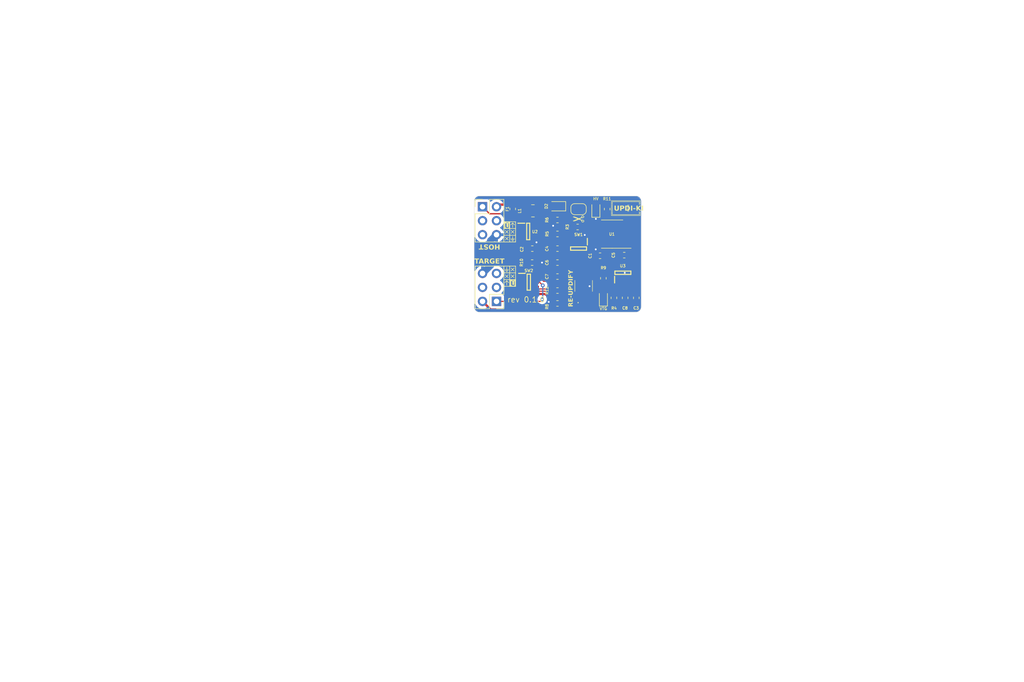
<source format=kicad_pcb>
(kicad_pcb (version 20221018) (generator pcbnew)
  (layers (0 "F.Cu" mixed) (31 "B.Cu" mixed) (35 "F.Paste" user) (36 "B.SilkS" user "B.Silkscreen") (37 "F.SilkS" user "F.Silkscreen") (38 "B.Mask" user) (39 "F.Mask" user) (44 "Edge.Cuts" user))
  (net 0 "")
  (net 1 "GND")
  (net 2 "VF")
  (net 3 "VTG")
  (net 4 "VTG-PC")
  (net 5 "/HV-EN")
  (net 6 "Net-(U2-FB)")
  (net 7 "/12V")
  (net 8 "Net-(D2-A)")
  (net 9 "/UPDI-SENSE")
  (net 10 "Net-(HV1-A)")
  (net 11 "/HVUPDI-TARGET")
  (net 12 "/UPDI-EN")
  (net 13 "/UPDI-KEY")
  (net 14 "/PWR-SW-EN")
  (net 15 "UPDI-HOST")
  (net 21 "Net-(JP1-A)")
  (net 22 "Net-(VTG1-A)")
  (net 23 "Net-(SW2-NC)")
  (net 24 "Net-(SW1-COM)")
  (footprint "Capacitor_SMD:C_0603_1608Metric" (layer "F.Cu") (at 108.675 57.187)
    (fp_text reference "C2" (at -1.905 0.127 90) (layer "F.SilkS") (effects (font (size 0.508 0.508) (thickness 0.1016))))
    (fp_text value "10µF")
    (pad "1" smd roundrect (at -0.7875 0) (size 0.875 0.95) (layers "F.Cu" "F.Paste" "F.Mask") (net 2 "VF"))
    (pad "2" smd roundrect (at 0.7875 0) (size 0.875 0.95) (layers "F.Cu" "F.Paste" "F.Mask") (net 1 "GND"))
  )
  (footprint "Capacitor_SMD:C_0603_1608Metric" (layer "F.Cu") (at 127.567 66.1375 -90)
    (fp_text reference "C3" (at 1.8525 0.037) (layer "F.SilkS") (effects (font (size 0.508 0.508) (thickness 0.1016))))
    (fp_text value "10µF")
    (pad "1" smd roundrect (at -0.7875 0 270) (size 0.875 0.95) (layers "F.Cu" "F.Paste" "F.Mask") (net 3 "VTG"))
    (pad "2" smd roundrect (at 0.7875 0 270) (size 0.875 0.95) (layers "F.Cu" "F.Paste" "F.Mask") (net 1 "GND"))
  )
  (footprint "Capacitor_SMD:C_0603_1608Metric" (layer "F.Cu") (at 113.247 57.187 180)
    (fp_text reference "C4" (at 1.905 0 90) (layer "F.SilkS") (effects (font (size 0.508 0.508) (thickness 0.1016))))
    (fp_text value "68pF")
    (pad "1" smd roundrect (at -0.7875 0 180) (size 0.875 0.95) (layers "F.Cu" "F.Paste" "F.Mask") (net 7 "/12V"))
    (pad "2" smd roundrect (at 0.7875 0 180) (size 0.875 0.95) (layers "F.Cu" "F.Paste" "F.Mask") (net 6 "Net-(U2-FB)"))
  )
  (footprint "Resistor_SMD:R_0603_1608Metric" (layer "F.Cu") (at 116.9125 53.25 180)
    (fp_text reference "R3" (at 1.8625 -0.005 90) (layer "F.SilkS") (effects (font (size 0.508 0.508) (thickness 0.1016))))
    (fp_text value "10K")
    (pad "1" smd roundrect (at -0.7875 0 180) (size 0.875 0.95) (layers "F.Cu" "F.Paste" "F.Mask") (net 9 "/UPDI-SENSE"))
    (pad "2" smd roundrect (at 0.7875 0 180) (size 0.875 0.95) (layers "F.Cu" "F.Paste" "F.Mask") (net 15 "UPDI-HOST"))
  )
  (footprint "Package_SO:SOIC-8_3.9x4.9mm_P1.27mm" (layer "F.Cu") (at 123.17 54.55 180)
    (fp_text reference "U1" (at 0.04 0 180) (layer "F.SilkS") (effects (font (size 0.508 0.508) (thickness 0.1016))))
    (fp_text value "ATtiny202-SS")
    (pad "1" smd roundrect (at -2.475 -1.905 180) (size 1.95 0.6) (layers "F.Cu" "F.Paste" "F.Mask") (net 2 "VF"))
    (pad "2" smd roundrect (at -2.475 -0.635 180) (size 1.95 0.6) (layers "F.Cu" "F.Paste" "F.Mask") (net 14 "/PWR-SW-EN"))
    (pad "3" smd roundrect (at -2.475 0.635 180) (size 1.95 0.6) (layers "F.Cu" "F.Paste" "F.Mask") (net 12 "/UPDI-EN"))
    (pad "4" smd roundrect (at -2.475 1.905 180) (size 1.95 0.6) (layers "F.Cu" "F.Paste" "F.Mask") (net 5 "/HV-EN"))
    (pad "5" smd roundrect (at 2.475 1.905 180) (size 1.95 0.6) (layers "F.Cu" "F.Paste" "F.Mask") (net 9 "/UPDI-SENSE"))
    (pad "6" smd roundrect (at 2.475 0.635 180) (size 1.95 0.6) (layers "F.Cu" "F.Paste" "F.Mask") (net 21 "Net-(JP1-A)"))
    (pad "7" smd roundrect (at 2.475 -0.635 180) (size 1.95 0.6) (layers "F.Cu" "F.Paste" "F.Mask") (net 13 "/UPDI-KEY"))
    (pad "8" smd roundrect (at 2.475 -1.905 180) (size 1.95 0.6) (layers "F.Cu" "F.Paste" "F.Mask") (net 1 "GND"))
  )
  (footprint "Capacitor_SMD:C_0603_1608Metric" (layer "F.Cu") (at 120.9825 58.487 180)
    (fp_text reference "C1" (at 1.8075 0 90) (layer "F.SilkS") (effects (font (size 0.508 0.508) (thickness 0.1016))))
    (fp_text value "0.1µF")
    (pad "1" smd roundrect (at -0.7875 0 180) (size 0.875 0.95) (layers "F.Cu" "F.Paste" "F.Mask") (net 2 "VF"))
    (pad "2" smd roundrect (at 0.7875 0 180) (size 0.875 0.95) (layers "F.Cu" "F.Paste" "F.Mask") (net 1 "GND"))
  )
  (footprint "Capacitor_SMD:C_0603_1608Metric" (layer "F.Cu") (at 113.247 62.267 180)
    (fp_text reference "C7" (at 1.905 0 270) (layer "F.SilkS") (effects (font (size 0.508 0.508) (thickness 0.1016))))
    (fp_text value "0.1µF")
    (pad "1" smd roundrect (at -0.7875 0 180) (size 0.875 0.95) (layers "F.Cu" "F.Paste" "F.Mask") (net 7 "/12V"))
    (pad "2" smd roundrect (at 0.7875 0 180) (size 0.875 0.95) (layers "F.Cu" "F.Paste" "F.Mask") (net 1 "GND"))
  )
  (footprint "Capacitor_SMD:C_0603_1608Metric" (layer "F.Cu") (at 113.247 59.727 180)
    (fp_text reference "C6" (at 1.905 0 90) (layer "F.SilkS") (effects (font (size 0.508 0.508) (thickness 0.1016))))
    (fp_text value "4.7µF")
    (pad "1" smd roundrect (at -0.7875 0 180) (size 0.875 0.95) (layers "F.Cu" "F.Paste" "F.Mask") (net 7 "/12V"))
    (pad "2" smd roundrect (at 0.7875 0 180) (size 0.875 0.95) (layers "F.Cu" "F.Paste" "F.Mask") (net 1 "GND"))
  )
  (footprint "Fuse:Fuse_0603_1608Metric" (layer "F.Cu") (at 105.119 49.975 90)
    (fp_text reference "F1" (at 0 -0.969 90) (layer "F.SilkS") (effects (font (size 0.508 0.508) (thickness 0.1016))))
    (fp_text value "50mA")
    (pad "1" smd roundrect (at -0.7875 0 90) (size 0.875 0.95) (layers "F.Cu" "F.Paste" "F.Mask") (net 2 "VF"))
    (pad "2" smd roundrect (at 0.7875 0 90) (size 0.875 0.95) (layers "F.Cu" "F.Paste" "F.Mask") (net 3 "VTG"))
  )
  (footprint "Connector_PinHeader_2.54mm:PinHeader_2x03_P2.54mm_Vertical" (layer "F.Cu") (at 102.175 66.775 180)
    (fp_text reference "J4" hide)
    (fp_text value "HVUPDI_OUT6")
    (pad "1" thru_hole rect (at 0 0 180) (size 1.7 1.7) (drill 1) (layers "*.Cu" "*.Mask") (net 11 "/HVUPDI-TARGET"))
    (pad "2" thru_hole oval (at 2.54 0 180) (size 1.7 1.7) (drill 1) (layers "*.Cu" "*.Mask") (net 4 "VTG-PC"))
    (pad "3" thru_hole oval (at 0 2.54 180) (size 1.7 1.7) (drill 1) (layers "*.Cu" "*.Mask"))
    (pad "4" thru_hole oval (at 2.54 2.54 180) (size 1.7 1.7) (drill 1) (layers "*.Cu" "*.Mask"))
    (pad "5" thru_hole oval (at 0 5.08 180) (size 1.7 1.7) (drill 1) (layers "*.Cu" "*.Mask"))
    (pad "6" thru_hole oval (at 2.54 5.08 180) (size 1.7 1.7) (drill 1) (layers "*.Cu" "*.Mask") (net 1 "GND"))
  )
  (footprint "Resistor_SMD:R_0603_1608Metric" (layer "F.Cu") (at 113.247 67.147 180)
    (fp_text reference "R8" (at 1.897 -0.593 90) (layer "F.SilkS") (effects (font (size 0.508 0.508) (thickness 0.1016))))
    (fp_text value "1K")
    (pad "1" smd roundrect (at -0.7875 0 180) (size 0.875 0.95) (layers "F.Cu" "F.Paste" "F.Mask") (net 4 "VTG-PC"))
    (pad "2" smd roundrect (at 0.7875 0 180) (size 0.875 0.95) (layers "F.Cu" "F.Paste" "F.Mask") (net 1 "GND"))
  )
  (footprint "LED_SMD:LED_0603_1608Metric" (layer "F.Cu") (at 121.585 66.1375 90)
    (fp_text reference "VTG1" hide)
    (fp_text value "GREEN")
    (pad "1" smd roundrect (at -0.7875 0 90) (size 0.875 0.95) (layers "F.Cu" "F.Paste" "F.Mask") (net 1 "GND"))
    (pad "2" smd roundrect (at 0.7875 0 90) (size 0.875 0.95) (layers "F.Cu" "F.Paste" "F.Mask") (net 22 "Net-(VTG1-A)"))
  )
  (footprint "Capacitor_SMD:C_0603_1608Metric" (layer "F.Cu") (at 125.375 58.375)
    (fp_text reference "C5" (at -1.975 0 90) (layer "F.SilkS") (effects (font (size 0.508 0.508) (thickness 0.1016))))
    (fp_text value "10µF")
    (pad "1" smd roundrect (at -0.7875 0) (size 0.875 0.95) (layers "F.Cu" "F.Paste" "F.Mask") (net 4 "VTG-PC"))
    (pad "2" smd roundrect (at 0.7875 0) (size 0.875 0.95) (layers "F.Cu" "F.Paste" "F.Mask") (net 1 "GND"))
  )
  (footprint "Resistor_SMD:R_0603_1608Metric" (layer "F.Cu") (at 123.503 66.1375 -90)
    (fp_text reference "R4" (at 1.8825 -0.017) (layer "F.SilkS") (effects (font (size 0.508 0.508) (thickness 0.1016))))
    (fp_text value "10K")
    (pad "1" smd roundrect (at -0.7875 0 270) (size 0.875 0.95) (layers "F.Cu" "F.Paste" "F.Mask") (net 14 "/PWR-SW-EN"))
    (pad "2" smd roundrect (at 0.7875 0 270) (size 0.875 0.95) (layers "F.Cu" "F.Paste" "F.Mask") (net 1 "GND"))
  )
  (footprint "Resistor_SMD:R_0603_1608Metric" (layer "F.Cu") (at 113.247 51.98 180)
    (fp_text reference "R6" (at 1.905 0 90) (layer "F.SilkS") (effects (font (size 0.508 0.508) (thickness 0.1016))))
    (fp_text value "11K 1%")
    (pad "1" smd roundrect (at -0.7875 0 180) (size 0.875 0.95) (layers "F.Cu" "F.Paste" "F.Mask") (net 6 "Net-(U2-FB)"))
    (pad "2" smd roundrect (at 0.7875 0 180) (size 0.875 0.95) (layers "F.Cu" "F.Paste" "F.Mask") (net 1 "GND"))
  )
  (footprint "Resistor_SMD:R_0603_1608Metric" (layer "F.Cu") (at 113.247 54.52 180)
    (fp_text reference "R5" (at 1.8795 0 90) (layer "F.SilkS") (effects (font (size 0.508 0.508) (thickness 0.1016))))
    (fp_text value "102K 1%")
    (pad "1" smd roundrect (at -0.7875 0 180) (size 0.875 0.95) (layers "F.Cu" "F.Paste" "F.Mask") (net 7 "/12V"))
    (pad "2" smd roundrect (at 0.7875 0 180) (size 0.875 0.95) (layers "F.Cu" "F.Paste" "F.Mask") (net 6 "Net-(U2-FB)"))
  )
  (footprint "Connector_PinHeader_2.54mm:PinHeader_2x03_P2.54mm_Vertical" (layer "F.Cu") (at 99.635 49.575)
    (fp_text reference "J3" hide)
    (fp_text value "UPDI_IN6")
    (pad "1" thru_hole rect (at 0 0) (size 1.7 1.7) (drill 1) (layers "*.Cu" "*.Mask") (net 15 "UPDI-HOST"))
    (pad "2" thru_hole oval (at 2.54 0) (size 1.7 1.7) (drill 1) (layers "*.Cu" "*.Mask") (net 3 "VTG"))
    (pad "3" thru_hole oval (at 0 2.54) (size 1.7 1.7) (drill 1) (layers "*.Cu" "*.Mask"))
    (pad "4" thru_hole oval (at 2.54 2.54) (size 1.7 1.7) (drill 1) (layers "*.Cu" "*.Mask"))
    (pad "5" thru_hole oval (at 0 5.08) (size 1.7 1.7) (drill 1) (layers "*.Cu" "*.Mask"))
    (pad "6" thru_hole oval (at 2.54 5.08) (size 1.7 1.7) (drill 1) (layers "*.Cu" "*.Mask") (net 1 "GND"))
  )
  (footprint "Inductor_SMD:L_1008_2520Metric" (layer "F.Cu") (at 108.79 50.321)
    (fp_text reference "L1" (at -2.413 0 90) (layer "F.SilkS") (effects (font (size 0.508 0.508) (thickness 0.1016))))
    (fp_text value "47µH")
    (pad "1" smd roundrect (at -1.075 0) (size 1.25 2.2) (layers "F.Cu" "F.Paste" "F.Mask") (roundrect_rratio 0.2) (net 2 "VF"))
    (pad "2" smd roundrect (at 1.075 0) (size 1.25 2.2) (layers "F.Cu" "F.Paste" "F.Mask") (roundrect_rratio 0.2) (net 8 "Net-(D2-A)"))
  )
  (footprint "LED_SMD:LED_0603_1608Metric" (layer "F.Cu") (at 120.22 50 90)
    (fp_text reference "HV1" hide)
    (fp_text value "ORANGE")
    (pad "1" smd roundrect (at -0.7875 0 90) (size 0.875 0.95) (layers "F.Cu" "F.Paste" "F.Mask") (net 1 "GND"))
    (pad "2" smd roundrect (at 0.7875 0 90) (size 0.875 0.95) (layers "F.Cu" "F.Paste" "F.Mask") (net 10 "Net-(HV1-A)"))
  )
  (footprint "Resistor_SMD:R_0603_1608Metric" (layer "F.Cu") (at 108.6495 59.727)
    (fp_text reference "R10" (at -1.9305 0 90) (layer "F.SilkS") (effects (font (size 0.508 0.508) (thickness 0.1016))))
    (fp_text value "10K")
    (pad "1" smd roundrect (at -0.7875 0) (size 0.875 0.95) (layers "F.Cu" "F.Paste" "F.Mask") (net 5 "/HV-EN"))
    (pad "2" smd roundrect (at 0.7875 0) (size 0.875 0.95) (layers "F.Cu" "F.Paste" "F.Mask") (net 1 "GND"))
  )
  (footprint "Resistor_SMD:R_0603_1608Metric" (layer "F.Cu") (at 122.27 50 -90)
    (fp_text reference "R11" (at -1.85 0.02 -180) (layer "F.SilkS") (effects (font (size 0.508 0.508) (thickness 0.1016))))
    (fp_text value "180Ω")
    (pad "1" smd roundrect (at -0.7875 0 270) (size 0.875 0.95) (layers "F.Cu" "F.Paste" "F.Mask") (net 10 "Net-(HV1-A)"))
    (pad "2" smd roundrect (at 0.7875 0 270) (size 0.875 0.95) (layers "F.Cu" "F.Paste" "F.Mask") (net 12 "/UPDI-EN"))
  )
  (footprint "Resistor_SMD:R_0603_1608Metric" (layer "F.Cu") (at 113.247 64.807)
    (fp_text reference "R12" (at -1.905 0 90) (layer "F.SilkS") (effects (font (size 0.508 0.508) (thickness 0.1016))))
    (fp_text value "180Ω")
    (pad "1" smd roundrect (at -0.7875 0) (size 0.875 0.95) (layers "F.Cu" "F.Paste" "F.Mask") (net 23 "Net-(SW2-NC)"))
    (pad "2" smd roundrect (at 0.7875 0) (size 0.875 0.95) (layers "F.Cu" "F.Paste" "F.Mask") (net 24 "Net-(SW1-COM)"))
  )
  (footprint "0_mouser:SOT95P280X145-6N" (layer "F.Cu") (at 108.04 63.283)
    (fp_text reference "SW2" (at 0 -2.103 180) (layer "F.SilkS") (effects (font (size 0.508 0.508) (thickness 0.1016))))
    (fp_text value "ISL43210IHZ-T" hide)
    (pad "1" smd rect (at -1.25 -0.95 90) (size 0.6 1.2) (layers "F.Cu" "F.Paste" "F.Mask") (net 5 "/HV-EN"))
    (pad "2" smd rect (at -1.25 0 90) (size 0.6 1.2) (layers "F.Cu" "F.Paste" "F.Mask") (net 7 "/12V"))
    (pad "3" smd rect (at -1.25 0.95 90) (size 0.6 1.2) (layers "F.Cu" "F.Paste" "F.Mask") (net 1 "GND"))
    (pad "4" smd rect (at 1.25 0.95 90) (size 0.6 1.2) (layers "F.Cu" "F.Paste" "F.Mask") (net 23 "Net-(SW2-NC)"))
    (pad "5" smd rect (at 1.25 0 90) (size 0.6 1.2) (layers "F.Cu" "F.Paste" "F.Mask") (net 11 "/HVUPDI-TARGET"))
    (pad "6" smd rect (at 1.25 -0.95 90) (size 0.6 1.2) (layers "F.Cu" "F.Paste" "F.Mask") (net 7 "/12V"))
  )
  (footprint "0_mouser:PTS810SJG250SMTRLFS" (layer "F.Cu") (at 118.00181 63.9625 90)
    (fp_text reference "SW3" hide)
    (fp_text value "PTS810SJG250SMTRLFS" hide)
    (pad "1" smd rect (at -2.075 -1.075 180) (size 0.65 1.05) (layers "F.Cu" "F.Paste" "F.Mask") (net 9 "/UPDI-SENSE"))
    (pad "2" smd rect (at 2.075 -1.075 180) (size 0.65 1.05) (layers "F.Cu" "F.Paste" "F.Mask") (net 9 "/UPDI-SENSE"))
    (pad "3" smd rect (at -2.075 1.075 180) (size 0.65 1.05) (layers "F.Cu" "F.Paste" "F.Mask") (net 1 "GND"))
    (pad "4" smd rect (at 2.075 1.075 180) (size 0.65 1.05) (layers "F.Cu" "F.Paste" "F.Mask") (net 1 "GND"))
  )
  (footprint "Capacitor_SMD:C_0603_1608Metric" (layer "F.Cu") (at 125.535 66.1375 -90)
    (fp_text reference "C8" (at 1.8525 0.025) (layer "F.SilkS") (effects (font (size 0.508 0.508) (thickness 0.1016))))
    (fp_text value "0.1µF")
    (pad "1" smd roundrect (at -0.7875 0 270) (size 0.875 0.95) (layers "F.Cu" "F.Paste" "F.Mask") (net 3 "VTG"))
    (pad "2" smd roundrect (at 0.7875 0 270) (size 0.875 0.95) (layers "F.Cu" "F.Paste" "F.Mask") (net 1 "GND"))
  )
  (footprint "Diode_SMD:D_SOD-323F" (layer "F.Cu") (at 113.247 49.49 180)
    (fp_text reference "D2" (at 2.032 0 90) (layer "F.SilkS") (effects (font (size 0.508 0.508) (thickness 0.1016))))
    (fp_text value "PMEG4005CEJX")
    (pad "1" smd rect (at -1.1 0 180) (size 0.5 0.5) (layers "F.Cu" "F.Paste" "F.Mask") (net 7 "/12V"))
    (pad "2" smd rect (at 1.1 0 180) (size 0.5 0.5) (layers "F.Cu" "F.Paste" "F.Mask") (net 8 "Net-(D2-A)"))
  )
  (footprint "0_mouser:SOT95P280X145-6N" (layer "F.Cu") (at 117.075 57.175 -90)
    (fp_text reference "SW1" (at -2.54 0) (layer "F.SilkS") (effects (font (size 0.508 0.508) (thickness 0.1016))))
    (fp_text value "SN74LVC1G3157DBVR" hide)
    (pad "1" smd rect (at -1.25 -0.95) (size 0.6 1.2) (layers "F.Cu" "F.Paste" "F.Mask") (net 13 "/UPDI-KEY"))
    (pad "2" smd rect (at -1.25 0) (size 0.6 1.2) (layers "F.Cu" "F.Paste" "F.Mask") (net 1 "GND"))
    (pad "3" smd rect (at -1.25 0.95) (size 0.6 1.2) (layers "F.Cu" "F.Paste" "F.Mask") (net 15 "UPDI-HOST"))
    (pad "4" smd rect (at 1.25 0.95) (size 0.6 1.2) (layers "F.Cu" "F.Paste" "F.Mask") (net 24 "Net-(SW1-COM)"))
    (pad "5" smd rect (at 1.25 0) (size 0.6 1.2) (layers "F.Cu" "F.Paste" "F.Mask") (net 2 "VF"))
    (pad "6" smd rect (at 1.25 -0.95) (size 0.6 1.2) (layers "F.Cu" "F.Paste" "F.Mask") (net 12 "/UPDI-EN"))
  )
  (footprint "0_mouser:SOT95P275X110-5N" (layer "F.Cu") (at 107.933 54.07)
    (fp_text reference "U2" (at 1.207 0.04 unlocked) (layer "F.SilkS") (effects (font (size 0.508 0.508) (thickness 0.1016))))
    (fp_text value "NCP1406SNT1G" hide)
    (pad "1" smd rect (at -1.25 -0.95 90) (size 0.6 1.25) (layers "F.Cu" "F.Paste" "F.Mask") (net 2 "VF"))
    (pad "2" smd rect (at -1.25 0 90) (size 0.6 1.25) (layers "F.Cu" "F.Paste" "F.Mask") (net 6 "Net-(U2-FB)"))
    (pad "3" smd rect (at -1.25 0.95 90) (size 0.6 1.25) (layers "F.Cu" "F.Paste" "F.Mask") (net 2 "VF"))
    (pad "4" smd rect (at 1.25 0.95 90) (size 0.6 1.25) (layers "F.Cu" "F.Paste" "F.Mask") (net 1 "GND"))
    (pad "5" smd rect (at 1.25 -0.95 90) (size 0.6 1.25) (layers "F.Cu" "F.Paste" "F.Mask") (net 8 "Net-(D2-A)"))
  )
  (footprint "0_mouser:SOT95P280X130-5N" (layer "F.Cu") (at 125.125 61.575 90)
    (fp_text reference "U3" (at 1.25 -0.025) (layer "F.SilkS") (effects (font (size 0.508 0.508) (thickness 0.1016))))
    (fp_text value "MIC2091-1YM5-TR" hide)
    (pad "1" smd rect (at -1.25 -0.95 180) (size 0.6 1.2) (layers "F.Cu" "F.Paste" "F.Mask") (net 3 "VTG"))
    (pad "2" smd rect (at -1.25 0 180) (size 0.6 1.2) (layers "F.Cu" "F.Paste" "F.Mask") (net 1 "GND"))
    (pad "3" smd rect (at -1.25 0.95 180) (size 0.6 1.2) (layers "F.Cu" "F.Paste" "F.Mask") (net 14 "/PWR-SW-EN"))
    (pad "4" smd rect (at 1.25 0.95 180) (size 0.6 1.2) (layers "F.Cu" "F.Paste" "F.Mask"))
    (pad "5" smd rect (at 1.25 -0.95 180) (size 0.6 1.2) (layers "F.Cu" "F.Paste" "F.Mask") (net 4 "VTG-PC"))
  )
  (footprint "Resistor_SMD:R_0603_1608Metric" (layer "F.Cu") (at 121.585 62.575 -90)
    (fp_text reference "R9" (at -1.8795 0) (layer "F.SilkS") (effects (font (size 0.508 0.508) (thickness 0.1016))))
    (fp_text value "1K")
    (pad "1" smd roundrect (at -0.7875 0 270) (size 0.875 0.95) (layers "F.Cu" "F.Paste" "F.Mask") (net 4 "VTG-PC"))
    (pad "2" smd roundrect (at 0.7875 0 270) (size 0.875 0.95) (layers "F.Cu" "F.Paste" "F.Mask") (net 22 "Net-(VTG1-A)"))
  )
  (footprint "Jumper:SolderJumper-2_P1.3mm_Bridged_RoundedPad1.0x1.5mm" (layer "F.Cu") (at 117.075 50.015 180)
    (fp_text reference "JP1" hide)
    (fp_text value "SolderJumper_2_Bridged")
    (fp_poly (pts (xy 0.25 -0.3) (xy -0.25 -0.3) (xy -0.25 0.3) (xy 0.25 0.3)) (fill solid) (layer "F.Cu"))
    (pad "1" smd custom (at -0.65 0 180) (size 1 0.5) (layers "F.Cu" "F.Mask") (net 21 "Net-(JP1-A)") (options (clearance outline) (anchor rect)) (primitives (gr_circle (center 0 0.25) (end 0.5 0.25) (width 0) (fill yes)) (gr_circle (center 0 -0.25) (end 0.5 -0.25) (width 0) (fill yes)) (gr_poly (pts (xy 0.5 0.75) (xy 0 0.75) (xy 0 -0.75) (xy 0.5 -0.75)) (width 0) (fill yes))))
    (pad "2" smd custom (at 0.65 0 180) (size 1 0.5) (layers "F.Cu" "F.Mask") (net 15 "UPDI-HOST") (options (clearance outline) (anchor rect)) (primitives (gr_circle (center 0 0.25) (end 0.5 0.25) (width 0) (fill yes)) (gr_circle (center 0 -0.25) (end 0.5 -0.25) (width 0) (fill yes)) (gr_poly (pts (xy 0 0.75) (xy -0.5 0.75) (xy -0.5 -0.75) (xy 0 -0.75)) (width 0) (fill yes))))
  )
  (gr_line (start 103.7825 55.6325) (end 104.3075 55.1075) (stroke (width 0.1)) (layer "F.SilkS"))
  (gr_line (start 103.7825 62.4675) (end 104.3075 61.9425) (stroke (width 0.1)) (layer "F.SilkS"))
  (gr_line (start 105.11 52.525) (end 105.11 53.325) (stroke (width 0.1)) (layer "F.SilkS"))
  (gr_line (start 104.26 61.2) (end 103.81 61.2) (stroke (width 0.1)) (layer "F.SilkS"))
  (gr_line (start 105.3575 61.9425) (end 104.8325 62.4675) (stroke (width 0.1)) (layer "F.SilkS"))
  (gr_line (start 105.335 55.6) (end 104.885 55.6) (stroke (width 0.1)) (layer "F.SilkS"))
  (gr_line (start 104.685 62.815) (end 104.685 64.035) (stroke (width 0.12)) (layer "F.SilkS"))
  (gr_line (start 104.035 60.575) (end 104.035 61.025) (stroke (width 0.1)) (layer "F.SilkS"))
  (gr_line (start 103.785 54.405) (end 104.31 53.88) (stroke (width 0.1)) (layer "F.SilkS"))
  (gr_line (start 104.035 63.025) (end 104.385 63.375) (stroke (width 0.1)) (layer "F.SilkS"))
  (gr_line (start 104.135 61.375) (end 103.935 61.375) (stroke (width 0.1)) (layer "F.SilkS"))
  (gr_line (start 104.455 52.315) (end 104.455 53.535) (stroke (width 0.12)) (layer "F.SilkS"))
  (gr_line (start 103.625 52.315) (end 103.625 53.535) (stroke (width 0.12)) (layer "F.SilkS"))
  (gr_line (start 104.3075 55.6325) (end 103.7825 55.1075) (stroke (width 0.1)) (layer "F.SilkS"))
  (gr_line (start 105.21 55.775) (end 105.01 55.775) (stroke (width 0.1)) (layer "F.SilkS"))
  (gr_line (start 103.515 53.535) (end 105.64 53.535) (stroke (width 0.12)) (layer "F.SilkS"))
  (gr_line (start 104.575 52.31) (end 104.575 55.985) (stroke (width 0.12)) (layer "F.SilkS"))
  (gr_line (start 104.31 54.405) (end 103.785 53.88) (stroke (width 0.1)) (layer "F.SilkS"))
  (gr_line (start 105.515 62.815) (end 105.515 64.035) (stroke (width 0.12)) (layer "F.SilkS"))
  (gr_line (start 105.46 55.425) (end 104.76 55.425) (stroke (width 0.1)) (layer "F.SilkS"))
  (gr_line (start 104.835 53.88) (end 105.36 54.405) (stroke (width 0.1)) (layer "F.SilkS"))
  (gr_line (start 103.51 62.815) (end 105.635 62.815) (stroke (width 0.12)) (layer "F.SilkS"))
  (gr_line (start 105.36 53.88) (end 104.835 54.405) (stroke (width 0.1)) (layer "F.SilkS"))
  (gr_line (start 105.6375 55.9825) (end 103.5075 55.9825) (stroke (width 0.12)) (layer "F.SilkS"))
  (gr_line (start 103.51 52.31) (end 105.64 52.31) (stroke (width 0.12)) (layer "F.SilkS"))
  (gr_line (start 104.3075 62.4675) (end 103.7825 61.9425) (stroke (width 0.1)) (layer "F.SilkS"))
  (gr_line (start 105.11 52.525) (end 105.46 52.875) (stroke (width 0.1)) (layer "F.SilkS"))
  (gr_line (start 103.505 60.365) (end 105.635 60.365) (stroke (width 0.12)) (layer "F.SilkS"))
  (gr_line (start 103.685 63.375) (end 104.035 63.025) (stroke (width 0.1)) (layer "F.SilkS"))
  (gr_line (start 105.635 60.365) (end 105.635 64.04) (stroke (width 0.12)) (layer "F.SilkS"))
  (gr_line (start 103.51 64.04) (end 105.635 64.04) (stroke (width 0.12)) (layer "F.SilkS"))
  (gr_line (start 103.515 54.76) (end 105.64 54.76) (stroke (width 0.12)) (layer "F.SilkS"))
  (gr_line (start 103.51 61.59) (end 105.635 61.59) (stroke (width 0.12)) (layer "F.SilkS"))
  (gr_line (start 104.8325 61.9425) (end 105.3575 62.4675) (stroke (width 0.1)) (layer "F.SilkS"))
  (gr_line (start 105.36 60.715) (end 104.835 61.24) (stroke (width 0.1)) (layer "F.SilkS"))
  (gr_line (start 104.035 63.025) (end 104.035 63.825) (stroke (width 0.1)) (layer "F.SilkS"))
  (gr_line (start 104.76 52.875) (end 105.11 52.525) (stroke (width 0.1)) (layer "F.SilkS"))
  (gr_line (start 104.57 60.365) (end 104.57 64.04) (stroke (width 0.12)) (layer "F.SilkS"))
  (gr_line (start 105.11 54.975) (end 105.11 55.425) (stroke (width 0.1)) (layer "F.SilkS"))
  (gr_line (start 104.835 60.715) (end 105.36 61.24) (stroke (width 0.1)) (layer "F.SilkS"))
  (gr_line (start 104.385 61.025) (end 103.685 61.025) (stroke (width 0.1)) (layer "F.SilkS"))
  (gr_line (start 105.64 52.31) (end 105.64 55.985) (stroke (width 0.12)) (layer "F.SilkS"))
  (gr_arc (start 98.135 48.575) (mid 98.413249 47.903249) (end 99.085 47.625) (stroke (width 0.05)) (layer "Edge.Cuts"))
  (gr_line (start 127.485 47.625) (end 99.085 47.625) (stroke (width 0.05)) (layer "Edge.Cuts"))
  (gr_arc (start 99.085 68.725) (mid 98.413249 68.446751) (end 98.135 67.775) (stroke (width 0.05)) (layer "Edge.Cuts"))
  (gr_line (start 127.485 68.725) (end 99.085 68.725) (stroke (width 0.05)) (layer "Edge.Cuts"))
  (gr_line (start 98.135 67.775) (end 98.135 48.575) (stroke (width 0.05)) (layer "Edge.Cuts"))
  (gr_line (start 128.435 48.575) (end 128.435 67.775) (stroke (width 0.05)) (layer "Edge.Cuts"))
  (gr_arc (start 128.435 67.775) (mid 128.156751 68.446751) (end 127.485 68.725) (stroke (width 0.05)) (layer "Edge.Cuts"))
  (gr_arc (start 127.485 47.625) (mid 128.156751 47.903249) (end 128.435 48.575) (stroke (width 0.05)) (layer "Edge.Cuts"))
  (gr_text "RE-UPDIFY" (at 115.69 64.42 90) (layer "F.SilkS") (effects (font (size 0.8 0.8) (thickness 0.16) bold)))
  (gr_text "HOST" (at 100.895 56.815 180) (layer "F.SilkS") (effects (font (size 0.9 0.9) (thickness 0.18) bold)))
  (gr_text "UPDI-KI" (at 123.49 50.44) (layer "F.SilkS") (effects (font (size 0.9 0.9) (thickness 0.2) bold) (justify left bottom)))
  (gr_text "rev 0.1.0" (at 104.06 67.04) (layer "F.SilkS") (effects (font (size 1 1) (thickness 0.125)) (justify left bottom)))
  (gr_text "Ü" (at 104.735 64.095) (layer "F.SilkS" knockout) (effects (font (size 0.83 0.83)) (justify left bottom)))
  (gr_text "✂" (at 118.22 50.43 180) (layer "F.SilkS") (effects (font (size 2 2)) (justify left bottom)))
  (gr_text "TARGET" (at 100.895 59.525) (layer "F.SilkS") (effects (font (size 0.9 0.9) (thickness 0.18) bold)))
  (gr_text "Ü" (at 103.675 53.595) (layer "F.SilkS" knockout) (effects (font (size 0.83 0.83)) (justify left bottom)))
  (gr_text "VTG" (at 121.585 68.1) (layer "F.SilkS") (effects (font (size 0.508 0.508) (thickness 0.1016))))
  (gr_text "╔═══════╗\n║       ║\n╚═══════╝" (at 122.82 51.58) (layer "F.SilkS") (effects (font (size 0.75 0.75) (thickness 0.1125)) (justify left bottom)))
  (gr_text "HV" (at 120.21 48.13) (layer "F.SilkS") (effects (font (size 0.508 0.508) (thickness 0.1016))))
  (segment (start 125.535 66.925) (end 127.567 66.925) (width 0.8128) (layer "F.Cu") (net 1))
  (segment (start 119.07681 64.0215) (end 119.07681 66.0375) (width 0.8128) (layer "F.Cu") (net 1))
  (segment (start 109.4625 56.0185) (end 109.437 56.044) (width 0.7112) (layer "F.Cu") (net 1))
  (segment (start 108.225 61.765) (end 108.225 63.55) (width 0.4064) (layer "F.Cu") (net 1))
  (segment (start 109.23 60.4185) (end 109.23 60.76) (width 0.4064) (layer "F.Cu") (net 1))
  (segment (start 109.23 60.76) (end 108.225 61.765) (width 0.4064) (layer "F.Cu") (net 1))
  (segment (start 111.93506 67.147) (end 112.4595 67.147) (width 0.4064) (layer "F.Cu") (net 1))
  (segment (start 107.542 64.233) (end 106.79 64.233) (width 0.4064) (layer "F.Cu") (net 1))
  (segment (start 109.4625 55.2995) (end 109.183 55.02) (width 0.7112) (layer "F.Cu") (net 1))
  (segment (start 125.469875 61.579875) (end 125.125 61.92475) (width 0.4064) (layer "F.Cu") (net 1))
  (segment (start 117.075 55.345) (end 117.075 55.925) (width 0.4064) (layer "F.Cu") (net 1))
  (segment (start 119.07681 61.8875) (end 119.07681 64.0215) (width 0.8128) (layer "F.Cu") (net 1))
  (segment (start 109.23 60.4185) (end 109.23 59.934) (width 0.43) (layer "F.Cu") (net 1))
  (segment (start 112.4595 53.0295) (end 112.46 53.03) (width 0.7112) (layer "F.Cu") (net 1))
  (segment (start 110.961 59.727) (end 112.4595 59.727) (width 0.8128) (layer "F.Cu") (net 1))
  (segment (start 126.535 61.4) (end 126.835 61.1) (width 0.4064) (layer "F.Cu") (net 1))
  (segment (start 119.07681 66.0375) (end 119.96431 66.925) (width 0.8128) (layer "F.Cu") (net 1))
  (segment (start 125.64975 61.4) (end 126.535 61.4) (width 0.4064) (layer "F.Cu") (net 1))
  (segment (start 119.96431 66.925) (end 121.585 66.925) (width 0.8128) (layer "F.Cu") (net 1))
  (segment (start 108.225 63.55) (end 107.542 64.233) (width 0.4064) (layer "F.Cu") (net 1))
  (segment (start 110.961 59.727) (end 110.44 59.727) (width 0.7112) (layer "F.Cu") (net 1))
  (segment (start 120.195 57.325) (end 120.195 56.955) (width 0.4064) (layer "F.Cu") (net 1))
  (segment (start 109.437 57.1615) (end 109.4625 57.187) (width 0.7112) (layer "F.Cu") (net 1))
  (segment (start 112.4595 51.98) (end 112.4595 53.0295) (width 0.7112) (layer "F.Cu") (net 1))
  (segment (start 125.469875 61.579875) (end 125.64975 61.4) (width 0.4064) (layer "F.Cu") (net 1))
  (segment (start 109.437 59.727) (end 110.961 59.727) (width 0.8128) (layer "F.Cu") (net 1))
  (segment (start 120.195 56.955) (end 120.695 56.455) (width 0.4064) (layer "F.Cu") (net 1))
  (segment (start 120.22 51.78) (end 120.22 50.7875) (width 0.4064) (layer "F.Cu") (net 1))
  (segment (start 123.503 66.925) (end 125.535 66.925) (width 0.8128) (layer "F.Cu") (net 1))
  (segment (start 121.585 66.925) (end 123.503 66.925) (width 0.8128) (layer "F.Cu") (net 1))
  (segment (start 109.23 59.934) (end 109.437 59.727) (width 0.43) (layer "F.Cu") (net 1))
  (segment (start 117.7155 54.7045) (end 117.075 55.345) (width 0.4064) (layer "F.Cu") (net 1))
  (segment (start 109.4625 55.2995) (end 109.4625 56.0185) (width 0.7112) (layer "F.Cu") (net 1))
  (segment (start 112.4595 59.727) (end 112.4595 62.267) (width 0.8128) (layer "F.Cu") (net 1))
  (segment (start 111.659759 66.871699) (end 111.93506 67.147) (width 0.4064) (layer "F.Cu") (net 1))
  (segment (start 125.125 61.92475) (end 125.125 62.825) (width 0.4064) (layer "F.Cu") (net 1))
  (segment (start 126.835 61.1) (end 126.835 59.0475) (width 0.4064) (layer "F.Cu") (net 1))
  (segment (start 120.195 57.325) (end 120.195 58.487) (width 0.4064) (layer "F.Cu") (net 1))
  (segment (start 118.2 54.7045) (end 117.7155 54.7045) (width 0.4064) (layer "F.Cu") (net 1))
  (segment (start 126.835 59.0475) (end 126.1625 58.375) (width 0.4064) (layer "F.Cu") (net 1))
  (segment (start 109.437 56.044) (end 109.437 57.1615) (width 0.7112) (layer "F.Cu") (net 1))
  (via (at 119.07681 64.0215) (size 0.6858) (drill 0.3302) (layers "F.Cu" "B.Cu") (net 1))
  (via (at 111.659759 66.871699) (size 0.6858) (drill 0.3302) (layers "F.Cu" "B.Cu") (net 1))
  (via (at 120.195 57.325) (size 0.6858) (drill 0.3302) (layers "F.Cu" "B.Cu") (net 1))
  (via (at 112.46 53.03) (size 0.6858) (drill 0.3302) (layers "F.Cu" "B.Cu") (net 1))
  (via (at 110.44 59.727) (size 0.6858) (drill 0.3302) (layers "F.Cu" "B.Cu") (net 1))
  (via (at 125.469875 61.579875) (size 0.6858) (drill 0.3302) (layers "F.Cu" "B.Cu") (net 1))
  (via (at 109.437 56.044) (size 0.6858) (drill 0.3302) (layers "F.Cu" "B.Cu") (net 1))
  (via (at 120.22 51.78) (size 0.6858) (drill 0.3302) (layers "F.Cu" "B.Cu") (net 1))
  (via (at 118.2 54.7045) (size 0.6858) (drill 0.3302) (layers "F.Cu" "B.Cu") (net 1))
  (segment (start 102.175 54.655) (end 101.1 55.73) (width 1.25) (layer "B.Cu") (net 1))
  (segment (start 101.1 60.23) (end 99.635 61.695) (width 1.25) (layer "B.Cu") (net 1))
  (segment (start 101.1 55.73) (end 101.1 60.23) (width 1.25) (layer "B.Cu") (net 1))
  (segment (start 105.119 54.52) (end 105.119 52.615) (width 0.7112) (layer "F.Cu") (net 2))
  (segment (start 105.2215 50.66) (end 107.376 50.66) (width 0.7112) (layer "F.Cu") (net 2))
  (segment (start 107.8875 57.187) (end 106.262 57.187) (width 0.7112) (layer "F.Cu") (net 2))
  (segment (start 121.77 58.487) (end 121.77 58.97342) (width 0.4064) (layer "F.Cu") (net 2))
  (segment (start 105.23 58.219) (end 106.262 57.187) (width 0.4064) (layer "F.Cu") (net 2))
  (segment (start 115.925 64.975) (end 114.767002 66.132998) (width 0.4064) (layer "F.Cu") (net 2))
  (segment (start 117.075 58.425) (end 117.075 59.501) (width 0.4064) (layer "F.Cu") (net 2))
  (segment (start 105.119 56.044) (end 105.119 54.52) (width 0.7112) (layer "F.Cu") (net 2))
  (segment (start 120.89042 59.853) (end 117.427 59.853) (width 0.4064) (layer "F.Cu") (net 2))
  (segment (start 121.77 58.487) (end 123.802 56.455) (width 0.4064) (layer "F.Cu") (net 2))
  (segment (start 106.683 55.02) (end 105.119 55.02) (width 0.7112) (layer "F.Cu") (net 2))
  (segment (start 121.77 58.97342) (end 120.89042 59.853) (width 0.4064) (layer "F.Cu") (net 2))
  (segment (start 106.262 57.187) (end 105.119 56.044) (width 0.7112) (layer "F.Cu") (net 2))
  (segment (start 105.23 64.82342) (end 105.23 58.219) (width 0.4064) (layer "F.Cu") (net 2))
  (segment (start 107.376 50.66) (end 107.715 50.321) (width 0.7112) (layer "F.Cu") (net 2))
  (segment (start 105.83958 65.433) (end 105.23 64.82342) (width 0.4064) (layer "F.Cu") (net 2))
  (segment (start 105.119 50.7625) (end 105.2215 50.66) (width 0.7112) (layer "F.Cu") (net 2))
  (segment (start 111.06458 65.433) (end 105.83958 65.433) (width 0.4064) (layer "F.Cu") (net 2))
  (segment (start 114.767002 66.132998) (end 111.764578 66.132998) (width 0.4064) (layer "F.Cu") (net 2))
  (segment (start 123.802 56.455) (end 125.645 56.455) (width 0.4064) (layer "F.Cu") (net 2))
  (segment (start 117.427 59.853) (end 117.075 60.205) (width 0.4064) (layer "F.Cu") (net 2))
  (segment (start 117.075 59.501) (end 117.427 59.853) (width 0.4064) (layer "F.Cu") (net 2))
  (segment (start 105.119 52.615) (end 105.119 50.7625) (width 0.7112) (layer "F.Cu") (net 2))
  (segment (start 115.925 61.355) (end 115.925 64.975) (width 0.4064) (layer "F.Cu") (net 2))
  (segment (start 111.764578 66.132998) (end 111.06458 65.433) (width 0.4064) (layer "F.Cu") (net 2))
  (segment (start 117.075 60.205) (end 115.925 61.355) (width 0.4064) (layer "F.Cu") (net 2))
  (segment (start 106.683 53.12) (end 105.124 53.12) (width 0.7112) (layer "F.Cu") (net 2))
  (segment (start 105.124 52.62) (end 105.119 52.615) (width 0.7112) (layer "F.Cu") (net 2))
  (segment (start 124.224106 48.12) (end 127.94 51.835894) (width 0.4064) (layer "F.Cu") (net 3))
  (segment (start 127.94 51.835894) (end 127.94 64.977) (width 0.4064) (layer "F.Cu") (net 3))
  (segment (start 125.535 65.35) (end 124.175 63.99) (width 0.4064) (layer "F.Cu") (net 3))
  (segment (start 125.535 65.35) (end 127.567 65.35) (width 0.4064) (layer "F.Cu") (net 3))
  (segment (start 105.119 49.1875) (end 103.3125 49.1875) (width 0.4064) (layer "F.Cu") (net 3))
  (segment (start 102.5625 49.1875) (end 102.175 49.575) (width 0.4064) (layer "F.Cu") (net 3))
  (segment (start 127.94 64.977) (end 127.567 65.35) (width 0.4064) (layer "F.Cu") (net 3))
  (segment (start 103.3125 49.1875) (end 102.5625 49.1875) (width 0.4064) (layer "F.Cu") (net 3))
  (segment (start 124.175 63.99) (end 124.175 62.825) (width 0.4064) (layer "F.Cu") (net 3))
  (segment (start 105.119 49.1875) (end 106.1865 48.12) (width 0.4064) (layer "F.Cu") (net 3))
  (segment (start 106.1865 48.12) (end 124.224106 48.12) (width 0.4064) (layer "F.Cu") (net 3))
  (segment (start 112.9215 68.26) (end 101.12 68.26) (width 0.4064) (layer "F.Cu") (net 4))
  (segment (start 101.12 68.26) (end 99.635 66.775) (width 0.4064) (layer "F.Cu") (net 4))
  (segment (start 120.7375 60.94) (end 118.27 60.94) (width 0.4064) (layer "F.Cu") (net 4))
  (segment (start 124.175 58.7875) (end 124.175 60.325) (width 0.4064) (layer "F.Cu") (net 4))
  (segment (start 117.975 61.235) (end 117.975 66.605) (width 0.4064) (layer "F.Cu") (net 4))
  (segment (start 117.433 67.147) (end 114.0345 67.147) (width 0.4064) (layer "F.Cu") (net 4))
  (segment (start 117.975 66.605) (end 117.433 67.147) (width 0.4064) (layer "F.Cu") (net 4))
  (segment (start 121.585 61.7875) (end 120.7375 60.94) (width 0.4064) (layer "F.Cu") (net 4))
  (segment (start 118.27 60.94) (end 117.975 61.235) (width 0.4064) (layer "F.Cu") (net 4))
  (segment (start 121.585 61.7875) (end 122.7125 61.7875) (width 0.4064) (layer "F.Cu") (net 4))
  (segment (start 114.0345 67.147) (end 112.9215 68.26) (width 0.4064) (layer "F.Cu") (net 4))
  (segment (start 124.5875 58.375) (end 124.175 58.7875) (width 0.4064) (layer "F.Cu") (net 4))
  (segment (start 122.7125 61.7875) (end 124.175 60.325) (width 0.4064) (layer "F.Cu") (net 4))
  (segment (start 107.19 61.933) (end 107.19 60.399) (width 0.2032) (layer "F.Cu") (net 5))
  (segment (start 111.974999 65.624999) (end 111.275 64.925) (width 0.2032) (layer "F.Cu") (net 5))
  (segment (start 114.7768 58.3232) (end 114.7768 62.843226) (width 0.2032) (layer "F.Cu") (net 5))
  (segment (start 125.155 52.645) (end 121.975 55.825) (width 0.2032) (layer "F.Cu") (net 5))
  (segment (start 118.29 57.16) (end 115.94 57.16) (width 0.2032) (layer "F.Cu") (net 5))
  (segment (start 113.25 65.425) (end 113.050001 65.624999) (width 0.2032) (layer "F.Cu") (net 5))
  (segment (start 106.317 62.333) (end 106.79 62.333) (width 0.2032) (layer "F.Cu") (net 5))
  (segment (start 121.975 55.825) (end 119.625 55.825) (width 0.2032) (layer "F.Cu") (net 5))
  (segment (start 106.79 62.333) (end 107.19 61.933) (width 0.2032) (layer "F.Cu") (net 5))
  (segment (start 105.825 64.7) (end 105.825 62.825) (width 0.2032) (layer "F.Cu") (net 5))
  (segment (start 119.625 55.825) (end 118.29 57.16) (width 0.2032) (layer "F.Cu") (net 5))
  (segment (start 115.94 57.16) (end 114.7768 58.3232) (width 0.2032) (layer "F.Cu") (net 5))
  (segment (start 106.05 64.925) (end 105.825 64.7) (width 0.2032) (layer "F.Cu") (net 5))
  (segment (start 113.050001 65.624999) (end 111.974999 65.624999) (width 0.2032) (layer "F.Cu") (net 5))
  (segment (start 107.19 60.399) (end 107.862 59.727) (width 0.2032) (layer "F.Cu") (net 5))
  (segment (start 125.645 52.645) (end 125.155 52.645) (width 0.2032) (layer "F.Cu") (net 5))
  (segment (start 113.25 64.370026) (end 113.25 65.425) (width 0.2032) (layer "F.Cu") (net 5))
  (segment (start 105.825 62.825) (end 106.317 62.333) (width 0.2032) (layer "F.Cu") (net 5))
  (segment (start 114.7768 62.843226) (end 113.25 64.370026) (width 0.2032) (layer "F.Cu") (net 5))
  (segment (start 111.275 64.925) (end 106.05 64.925) (width 0.2032) (layer "F.Cu") (net 5))
  (segment (start 112.0095 54.07) (end 112.4595 54.52) (width 0.4064) (layer "F.Cu") (net 6))
  (segment (start 112.4595 57.187) (end 112.4595 54.52) (width 0.4064) (layer "F.Cu") (net 6))
  (segment (start 112.4595 54.3405) (end 114.0345 52.7655) (width 0.4064) (layer "F.Cu") (net 6))
  (segment (start 114.0345 52.7655) (end 114.0345 51.98) (width 0.4064) (layer "F.Cu") (net 6))
  (segment (start 112.4595 54.52) (end 112.4595 54.3405) (width 0.4064) (layer "F.Cu") (net 6))
  (segment (start 106.683 54.07) (end 112.0095 54.07) (width 0.4064) (layer "F.Cu") (net 6))
  (segment (start 108.65 59.15) (end 109.4 58.4) (width 0.2032) (layer "F.Cu") (net 7))
  (segment (start 106.79 63.283) (end 107.5932 63.283) (width 0.2032) (layer "F.Cu") (net 7))
  (segment (start 114.0345 58.85) (end 114.0345 57.187) (width 0.2032) (layer "F.Cu") (net 7))
  (segment (start 110.74 63.13) (end 113.1715 63.13) (width 0.2032) (layer "F.Cu") (net 7))
  (segment (start 107.5932 63.283) (end 107.717 63.1592) (width 0.2032) (layer "F.Cu") (net 7))
  (segment (start 114.82 53.7345) (end 114.82 49.913) (width 0.2032) (layer "F.Cu") (net 7))
  (segment (start 109.4 58.4) (end 114.0345 58.4) (width 0.2032) (layer "F.Cu") (net 7))
  (segment (start 108.65 60.22) (end 108.65 59.15) (width 0.2032) (layer "F.Cu") (net 7))
  (segment (start 114.0345 62.267) (end 114.0345 59.727) (width 0.2032) (layer "F.Cu") (net 7))
  (segment (start 109.29 62.333) (end 109.943 62.333) (width 0.2032) (layer "F.Cu") (net 7))
  (segment (start 114.0345 55.8915) (end 114.0345 57.187) (width 0.2032) (layer "F.Cu") (net 7))
  (segment (start 114.82 49.913) (end 114.347 49.44) (width 0.2032) (layer "F.Cu") (net 7))
  (segment (start 114.0345 54.52) (end 114.0345 55.8915) (width 0.2032) (layer "F.Cu") (net 7))
  (segment (start 114.0345 54.52) (end 114.82 53.7345) (width 0.2032) (layer "F.Cu") (net 7))
  (segment (start 107.717 61.153) (end 108.65 60.22) (width 0.2032) (layer "F.Cu") (net 7))
  (segment (start 107.717 63.1592) (end 107.717 61.153) (width 0.2032) (layer "F.Cu") (net 7))
  (segment (start 109.943 62.333) (end 110.74 63.13) (width 0.2032) (layer "F.Cu") (net 7))
  (segment (start 113.1715 63.13) (end 114.0345 62.267) (width 0.2032) (layer "F.Cu") (net 7))
  (segment (start 114.0345 59.727) (end 114.0345 58.85) (width 0.2032) (layer "F.Cu") (net 7))
  (segment (start 109.865 50.321) (end 110.696 49.49) (width 0.7112) (layer "F.Cu") (net 8))
  (segment (start 109.865 50.321) (end 109.183 51.003) (width 0.7112) (layer "F.Cu") (net 8))
  (segment (start 109.183 51.003) (end 109.183 53.12) (width 0.7112) (layer "F.Cu") (net 8))
  (segment (start 110.696 49.49) (end 112.147 49.49) (width 0.7112) (layer "F.Cu") (net 8))
  (segment (start 126.675 55.825) (end 124.5 55.825) (width 0.2032) (layer "F.Cu") (net 9))
  (segment (start 123.00658 60.775) (end 123.44079 60.34079) (width 0.2032) (layer "F.Cu") (net 9))
  (segment (start 121.23 50.47) (end 121.23 52.11) (width 0.2032) (layer "F.Cu") (net 9))
  (segment (start 121.23 52.11) (end 120.695 52.645) (width 0.2032) (layer "F.Cu") (net 9))
  (segment (start 124.533013 57.125) (end 126.725 57.125) (width 0.2032) (layer "F.Cu") (net 9))
  (segment (start 122.01 54.33) (end 121.78 54.56) (width 0.2032) (layer "F.Cu") (net 9))
  (segment (start 121.29092 60.775) (end 123.00658 60.775) (width 0.2032) (layer "F.Cu") (net 9))
  (segment (start 120.695 52.645) (end 121.195 52.645) (width 0.2032) (layer "F.Cu") (net 9))
  (segment (start 127.3564 51.96619) (end 125.40021 50.01) (width 0.2032) (layer "F.Cu") (net 9))
  (segment (start 116.92681 61.1593) (end 117.65411 60.432) (width 0.2032) (layer "F.Cu") (net 9))
  (segment (start 116.92681 61.8875) (end 116.92681 66.0375) (width 0.2032) (layer "F.Cu") (net 9))
  (segment (start 126.95 56.9) (end 126.95 56.1) (width 0.2032) (layer "F.Cu") (net 9))
  (segment (start 120.94792 60.432) (end 121.29092 60.775) (width 0.2032) (layer "F.Cu") (net 9))
  (segment (start 123.44079 58.217223) (end 124.533013 57.125) (width 0.2032) (layer "F.Cu") (net 9))
  (segment (start 121.69 50.01) (end 121.23 50.47) (width 0.2032) (layer "F.Cu") (net 9))
  (segment (start 123.44079 60.34079) (end 123.44079 58.217223) (width 0.2032) (layer "F.Cu") (net 9))
  (segment (start 125.40021 50.01) (end 121.69 50.01) (width 0.2032) (layer "F.Cu") (net 9))
  (segment (start 121.78 54.56) (end 119.01 54.56) (width 0.2032) (layer "F.Cu") (net 9))
  (segment (start 117.65411 60.432) (end 120.94792 60.432) (width 0.2032) (layer "F.Cu") (net 9))
  (segment (start 119.01 54.56) (end 117.7 53.25) (width 0.2032) (layer "F.Cu") (net 9))
  (segment (start 122.01 53.46) (end 122.01 54.33) (width 0.2032) (layer "F.Cu") (net 9))
  (segment (start 116.92681 61.8875) (end 116.92681 61.1593) (width 0.2032) (layer "F.Cu") (net 9))
  (segment (start 124.225 54.9) (end 124.575 54.55) (width 0.2032) (layer "F.Cu") (net 9))
  (segment (start 121.195 52.645) (end 122.01 53.46) (width 0.2032) (layer "F.Cu") (net 9))
  (segment (start 124.5 55.825) (end 124.225 55.55) (width 0.2032) (layer "F.Cu") (net 9))
  (segment (start 116.92681 62.3875) (end 116.92681 62.12319) (width 0.2032) (layer "F.Cu") (net 9))
  (segment (start 126.95 56.1) (end 126.675 55.825) (width 0.2032) (layer "F.Cu") (net 9))
  (segment (start 126.725 57.125) (end 126.95 56.9) (width 0.2032) (layer "F.Cu") (net 9))
  (segment (start 124.575 54.55) (end 126.71 54.55) (width 0.2032) (layer "F.Cu") (net 9))
  (segment (start 126.71 54.55) (end 127.3564 53.9036) (width 0.2032) (layer "F.Cu") (net 9))
  (segment (start 124.225 55.55) (end 124.225 54.9) (width 0.2032) (layer "F.Cu") (net 9))
  (segment (start 127.3564 53.9036) (end 127.3564 51.96619) (width 0.2032) (layer "F.Cu") (net 9))
  (segment (start 122.27 49.2125) (end 120.22 49.2125) (width 0.25) (layer "F.Cu") (net 10))
  (segment (start 110.575 63.8709) (end 109.9871 63.283) (width 0.2032) (layer "F.Cu") (net 11))
  (segment (start 110.125 66.775) (end 102.175 66.775) (width 0.2032) (layer "F.Cu") (net 11))
  (segment (start 110.47 66.43) (end 110.125 66.775) (width 0.2032) (layer "F.Cu") (net 11))
  (segment (start 109.9871 63.283) (end 109.29 63.283) (width 0.2032) (layer "F.Cu") (net 11))
  (via (at 110.47 66.43) (size 0.6858) (drill 0.3302) (layers "F.Cu" "B.Cu") (net 11))
  (via (at 110.575 63.8709) (size 0.6858) (drill 0.3302) (layers "F.Cu" "B.Cu") (net 11))
  (segment (start 110.575 66.325) (end 110.575 63.8709) (width 0.2032) (layer "B.Cu") (net 11))
  (segment (start 110.47 66.43) (end 110.575 66.325) (width 0.2032) (layer "B.Cu") (net 11))
  (segment (start 122.6 56.275) (end 120.975 57.9) (width 0.2032) (layer "F.Cu") (net 12))
  (segment (start 118.945 59.345) (end 118.025 58.425) (width 0.2032) (layer "F.Cu") (net 12))
  (segment (start 122.6 55.774736) (end 122.6 56.275) (width 0.2032) (layer "F.Cu") (net 12))
  (segment (start 126.9532 52.1332) (end 125.6075 50.7875) (width 0.2032) (layer "F.Cu") (net 12))
  (segment (start 120.975 57.9) (end 120.975 59.05) (width 0.2032) (layer "F.Cu") (net 12))
  (segment (start 124.459736 53.915) (end 122.6 55.774736) (width 0.2032) (layer "F.Cu") (net 12))
  (segment (start 125.645 53.915) (end 124.459736 53.915) (width 0.2032) (layer "F.Cu") (net 12))
  (segment (start 120.68 59.345) (end 118.945 59.345) (width 0.2032) (layer "F.Cu") (net 12))
  (segment (start 125.6075 50.7875) (end 122.27 50.7875) (width 0.2032) (layer "F.Cu") (net 12))
  (segment (start 126.619999 53.915) (end 126.9532 53.581799) (width 0.2032) (layer "F.Cu") (net 12))
  (segment (start 125.645 53.915) (end 126.619999 53.915) (width 0.2032) (layer "F.Cu") (net 12))
  (segment (start 126.9532 53.581799) (end 126.9532 52.1332) (width 0.2032) (layer "F.Cu") (net 12))
  (segment (start 120.975 59.05) (end 120.68 59.345) (width 0.2032) (layer "F.Cu") (net 12))
  (segment (start 118.765 55.185) (end 118.025 55.925) (width 0.2032) (layer "F.Cu") (net 13))
  (segment (start 120.695 55.185) (end 118.765 55.185) (width 0.2032) (layer "F.Cu") (net 13))
  (segment (start 125.645 55.185) (end 126.609736 55.185) (width 0.2032) (layer "F.Cu") (net 14))
  (segment (start 125.385 57.825) (end 125.385 60.55) (width 0.2032) (layer "F.Cu") (net 14))
  (segment (start 126.609736 55.185) (end 127.3564 55.931664) (width 0.2032) (layer "F.Cu") (net 14))
  (segment (start 125.385 60.55) (end 124.35 61.585) (width 0.2032) (layer "F.Cu") (net 14))
  (segment (start 125.635 57.575) (end 125.385 57.825) (width 0.2032) (layer "F.Cu") (net 14))
  (segment (start 127.3564 55.931664) (end 127.3564 61.5436) (width 0.2032) (layer "F.Cu") (net 14))
  (segment (start 123.503 62.037) (end 123.503 65.35) (width 0.2032) (layer "F.Cu") (net 14))
  (segment (start 124.35 61.585) (end 123.955 61.585) (width 0.2032) (layer "F.Cu") (net 14))
  (segment (start 127.3564 61.5436) (end 126.075 62.825) (width 0.2032) (layer "F.Cu") (net 14))
  (segment (start 123.955 61.585) (end 123.503 62.037) (width 0.2032) (layer "F.Cu") (net 14))
  (segment (start 127.3514 57.575) (end 125.635 57.575) (width 0.2032) (layer "F.Cu") (net 14))
  (segment (start 100.91 50.85) (end 99.635 49.575) (width 0.25) (layer "F.Cu") (net 15))
  (segment (start 116.425 50.175) (end 116.425 50.015) (width 0.25) (layer "F.Cu") (net 15))
  (segment (start 116.125 50.475) (end 116.425 50.175) (width 0.25) (layer "F.Cu") (net 15))
  (segment (start 116.125 53.25) (end 116.125 50.475) (width 0.25) (layer "F.Cu") (net 15))
  (segment (start 103.62 50.85) (end 100.91 50.85) (width 0.25) (layer "F.Cu") (net 15))
  (segment (start 115.2 48.79) (end 106.84 48.79) (width 0.25) (layer "F.Cu") (net 15))
  (segment (start 104.5 49.97) (end 103.62 50.85) (width 0.25) (layer "F.Cu") (net 15))
  (segment (start 116.425 50.015) (end 115.2 48.79) (width 0.25) (layer "F.Cu") (net 15))
  (segment (start 116.125 55.925) (end 116.125 53.25) (width 0.25) (layer "F.Cu") (net 15))
  (segment (start 105.66 49.97) (end 104.5 49.97) (width 0.25) (layer "F.Cu") (net 15))
  (segment (start 106.84 48.79) (end 105.66 49.97) (width 0.25) (layer "F.Cu") (net 15))
  (segment (start 120.695 53.915) (end 120.285 53.915) (width 0.2032) (layer "F.Cu") (net 21))
  (segment (start 120.285 53.915) (end 119.34 52.97) (width 0.2032) (layer "F.Cu") (net 21))
  (segment (start 119.34 51.63) (end 117.725 50.015) (width 0.2032) (layer "F.Cu") (net 21))
  (segment (start 119.34 52.97) (end 119.34 51.63) (width 0.2032) (layer "F.Cu") (net 21))
  (segment (start 121.585 63.3625) (end 121.585 65.35) (width 0.2032) (layer "F.Cu") (net 22))
  (segment (start 111.443336 64.5186) (end 111.731736 64.807) (width 0.2032) (layer "F.Cu") (net 23))
  (segment (start 109.29 64.233) (end 109.5756 64.5186) (width 0.2032) (layer "F.Cu") (net 23))
  (segment (start 109.5756 64.5186) (end 111.443336 64.5186) (width 0.2032) (layer "F.Cu") (net 23))
  (segment (start 111.731736 64.807) (end 112.4595 64.807) (width 0.2032) (layer "F.Cu") (net 23))
  (segment (start 115.2 63.6415) (end 115.2 59.35) (width 0.2032) (layer "F.Cu") (net 24))
  (segment (start 114.0345 64.807) (end 115.2 63.6415) (width 0.2032) (layer "F.Cu") (net 24))
  (segment (start 115.2 59.35) (end 116.125 58.425) (width 0.2032) (layer "F.Cu") (net 24))
  (zone (net 1) (net_name "GND") (layer "B.Cu") (connect_pads (clearance 0.508)) (min_thickness 0.254) (fill yes (thermal_gap 0.508) (thermal_bridge_width 0.508))
    (polygon (pts (xy 198 136) (xy 12 136) (xy 12 12) (xy 198 12)))
  )
)
</source>
